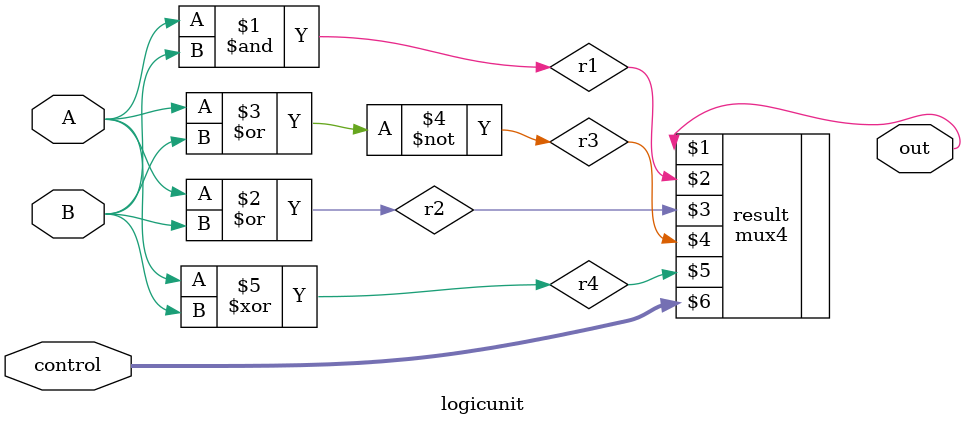
<source format=v>
module logicunit(out, A, B, control);
    output      out;
    input       A, B;
    input [1:0] control;
    wire r1, r2, r3, r4;

    and o1(r1, A, B);
    or o2(r2, A, B);
    nor o3(r3, A, B);
    xor o4(r4, A, B);

    mux4 result(out, r1, r2, r3, r4, control);

endmodule // logicunit

</source>
